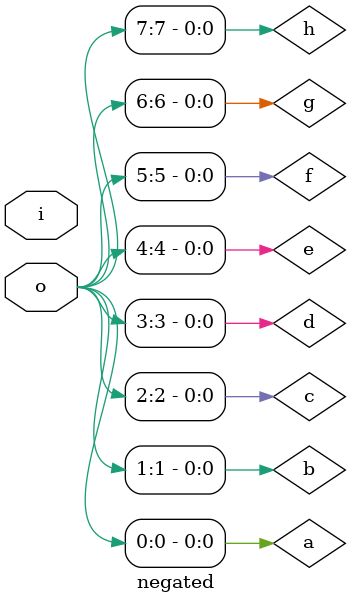
<source format=v>
module negated( //A module to perform a logical NOT on an 8-bit number (i.e. flip the bits; A -> A')
    input [7:0] i, //Input 8-bit number
    input [7:0] o //Output NOT'd 8-bit number
    );
	
	wire a, b, c, d, e, f, g, h; //8 temporary variables, each bit
	bit_not b_0 (.org(i[0]), .neg(a)); //Flip the (MSB) 7th bit
	bit_not b_1 (.org(i[1]), .neg(b)); //Flip the 6th bit
	bit_not b_2 (.org(i[2]), .neg(c)); //Flip the 5th bit
	bit_not b_3 (.org(i[3]), .neg(d)); //Flip the 4th bit
	bit_not b_4 (.org(i[4]), .neg(e)); //Flip the 3rd bit
	bit_not b_5 (.org(i[5]), .neg(f)); //Flip the 2nd bit
	bit_not b_6 (.org(i[6]), .neg(g)); //Flip the 1st bit
	bit_not b_7 (.org(i[7]), .neg(h)); //Flip the (LSB) 0th bit

	assign o = {h,g,f,e,d,c,b,a}; //Arrange the flipped bits (MSB to LSB) and assign as the module output
endmodule

</source>
